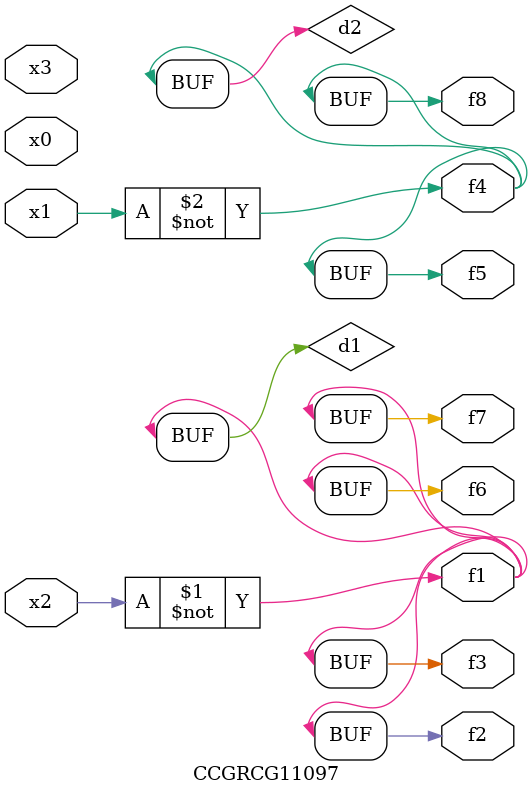
<source format=v>
module CCGRCG11097(
	input x0, x1, x2, x3,
	output f1, f2, f3, f4, f5, f6, f7, f8
);

	wire d1, d2;

	xnor (d1, x2);
	not (d2, x1);
	assign f1 = d1;
	assign f2 = d1;
	assign f3 = d1;
	assign f4 = d2;
	assign f5 = d2;
	assign f6 = d1;
	assign f7 = d1;
	assign f8 = d2;
endmodule

</source>
